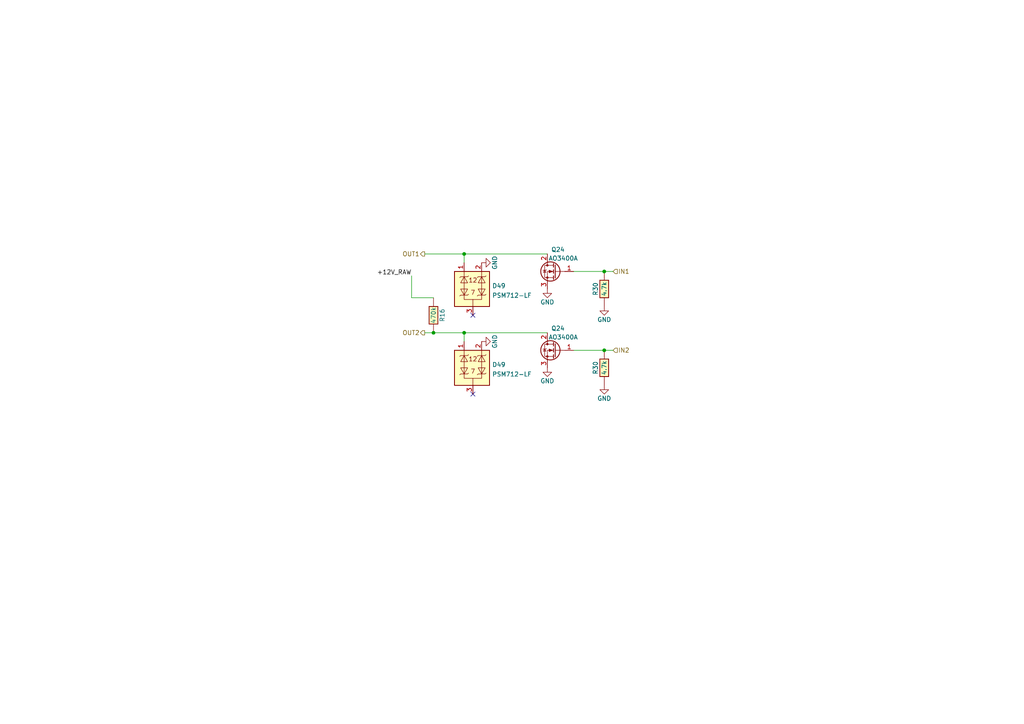
<source format=kicad_sch>
(kicad_sch (version 20231120) (generator "eeschema") (generator_version "8.0")
  (paper "A4")
  (title_block (title "UAEF Low Side low current") (date "2023-11-01") (company "rusefi.com"))
  (lib_symbols
    (symbol "hellen-one-common:MOSFET-N" (pin_names hide)
      (property "Reference" "Q" (at 5.08 6.35 0))
      (property "Value" "MOSFET-N" (at 2.54 3.81 0))
      (symbol "MOSFET-N_0_1"
        (polyline (pts (xy 0.254 0) (xy -2.54 0)))
        (polyline (pts (xy 0.254 1.905) (xy 0.254 -1.905)) (stroke (width 0.254)))
        (polyline (pts (xy 0.762 -1.27) (xy 0.762 -2.286)) (stroke (width 0.254)))
        (polyline (pts (xy 0.762 0.508) (xy 0.762 -0.508)) (stroke (width 0.254)))
        (polyline (pts (xy 0.762 2.286) (xy 0.762 1.27)) (stroke (width 0.254)))
        (polyline (pts (xy 2.54 2.54) (xy 2.54 1.778)))
        (polyline (pts (xy 2.54 -2.54) (xy 2.54 0) (xy 0.762 0)))
        (polyline (pts (xy 0.762 -1.778) (xy 3.302 -1.778) (xy 3.302 1.778) (xy 0.762 1.778)))
        (polyline (pts (xy 1.016 0) (xy 2.032 0.381) (xy 2.032 -0.381) (xy 1.016 0)) (fill (type outline)))
        (polyline (pts (xy 2.794 0.508) (xy 2.921 0.381) (xy 3.683 0.381) (xy 3.81 0.254)))
        (polyline (pts (xy 3.302 0.381) (xy 2.921 -0.254) (xy 3.683 -0.254) (xy 3.302 0.381)))
        (circle (center 1.651 0) (radius 2.794) (stroke (width 0.254)))
        (circle (center 2.54 -1.778) (radius 0.254) (fill (type outline)))
        (circle (center 2.54 1.778) (radius 0.254) (fill (type outline)))
      )
      (symbol "MOSFET-N_1_1"
        (pin input line (at -5.08 0 0) (length 2.54) (name "G") (number "1"))
        (pin passive line (at 2.54 5.08 270) (length 2.54) (name "D") (number "2"))
        (pin passive line (at 2.54 -5.08 90) (length 2.54) (name "S") (number "3"))
      )
    )
    (symbol "hellen-one-common:PSM712"
      (property "Reference" "D?" (at 3.302 0.9085 0))
      (property "Value" "PSM712" (at 3.302 -1.8666 0))
      (symbol "PSM712_0_0"
        (text "12" (at -2.286 2.54 0) (effects (font (size 1.27 1.27))))
        (text "7" (at -2.286 -1.016 0) (effects (font (size 1.27 1.27))))
      )
      (symbol "PSM712_0_1"
        (rectangle (start -7.62 5.08) (end 2.54 -5.08) (stroke (width 0.254)) (fill (type background)))
        (polyline (pts (xy -4.826 5.08) (xy -4.826 -3.048) (xy -2.286 -3.048)) (stroke (width 0.1524)))
        (polyline (pts (xy -6.096 3.302) (xy -5.842 3.556) (xy -3.81 3.556) (xy -3.556 3.81)) (stroke (width 0.1524)))
        (polyline (pts (xy -4.826 -1.778) (xy -3.81 0) (xy -5.842 0) (xy -4.826 -1.778)) (stroke (width 0.1524)))
        (polyline (pts (xy -4.826 3.556) (xy -5.842 1.778) (xy -3.81 1.778) (xy -4.826 3.556)) (stroke (width 0.1524)))
        (polyline (pts (xy -3.556 -1.524) (xy -3.81 -1.778) (xy -5.842 -1.778) (xy -6.096 -2.032)) (stroke (width 0.1524)))
        (polyline (pts (xy -1.016 3.302) (xy -0.762 3.556) (xy 1.27 3.556) (xy 1.524 3.81)) (stroke (width 0.1524)))
        (polyline (pts (xy 0.254 -1.778) (xy 1.27 0) (xy -0.762 0) (xy 0.254 -1.778)) (stroke (width 0.1524)))
        (polyline (pts (xy 0.254 3.556) (xy -0.762 1.778) (xy 1.27 1.778) (xy 0.254 3.556)) (stroke (width 0.1524)))
        (polyline (pts (xy 0.254 5.08) (xy 0.254 -3.048) (xy -2.286 -3.048) (xy -2.286 -5.08)) (stroke (width 0.1524)))
        (polyline (pts (xy 1.524 -1.524) (xy 1.27 -1.778) (xy -0.762 -1.778) (xy -1.016 -2.032)) (stroke (width 0.1524)))
      )
      (symbol "PSM712_1_1"
        (pin passive line (at -4.826 7.62 270) (length 2.54) (name "") (number "1"))
        (pin passive line (at 0.254 7.62 270) (length 2.54) (name "") (number "2"))
        (pin passive line (at -2.286 -7.62 90) (length 2.54) (name "") (number "3"))
      )
    )
    (symbol "hellen-one-common:Res" (pin_numbers hide)
      (property "Reference" "R" (at 3.81 2.54 0))
      (property "Value" "Res" (at 5.08 -2.54 0))
      (symbol "Res_1_0"
        (rectangle (start 2.54 -1.27) (end 7.62 1.27) (stroke (width 0.254)) (fill (type background)))
        (pin passive line (at 0 0 0) (length 2.54) (name "") (number "1"))
        (pin passive line (at 10.16 0 180) (length 2.54) (name "") (number "2"))
      )
    )
    (symbol "power:GND" (power) (pin_names (offset 0))
      (property "Value" "GND" (at 0 -3.81 0))
      (symbol "GND_0_1"
        (polyline (pts (xy 0 0) (xy 0 -1.27) (xy 1.27 -1.27) (xy 0 -2.54) (xy -1.27 -1.27) (xy 0 -1.27)))
      )
      (symbol "GND_1_1"
        (pin power_in line (at 0 0 270) (length 0) hide (name "GND") (number "1"))
      )
    )
  )
  (junction (at 134.62 96.52))
  (junction (at 125.73 96.52))
  (junction (at 175.26 101.6))
  (junction (at 134.62 73.66))
  (junction (at 175.26 78.74))
  (no_connect (at 137.16 91.44))
  (no_connect (at 137.16 114.3))
  (wire (pts (xy 134.62 96.52) (xy 134.62 99.06)))
  (wire (pts (xy 175.26 101.6) (xy 177.8 101.6)))
  (wire (pts (xy 134.62 73.66) (xy 158.75 73.66)))
  (wire (pts (xy 119.38 86.36) (xy 125.73 86.36)))
  (wire (pts (xy 123.19 73.66) (xy 134.62 73.66)))
  (wire (pts (xy 166.37 101.6) (xy 175.26 101.6)))
  (wire (pts (xy 134.62 73.66) (xy 134.62 76.2)))
  (wire (pts (xy 166.37 78.74) (xy 175.26 78.74)))
  (wire (pts (xy 123.19 96.52) (xy 125.73 96.52)))
  (wire (pts (xy 125.73 96.52) (xy 134.62 96.52)))
  (wire (pts (xy 175.26 78.74) (xy 177.8 78.74)))
  (wire (pts (xy 119.38 80.01) (xy 119.38 86.36)))
  (wire (pts (xy 134.62 96.52) (xy 158.75 96.52)))
  (label "+12V_RAW" (at 119.38 80.01 180))
  (hierarchical_label "OUT2" (shape output) (at 123.19 96.52 180))
  (hierarchical_label "IN2" (shape input) (at 177.8 101.6 0))
  (hierarchical_label "IN1" (shape input) (at 177.8 78.74 0))
  (hierarchical_label "OUT1" (shape output) (at 123.19 73.66 180))
  (symbol (lib_id "hellen-one-common:PSM712") (at 139.446 106.68 0) (unit 1)
    (property "Reference" "D49" (at 142.748 105.7715 0) (effects (justify left)))
    (property "Value" "PSM712-LF" (at 142.748 108.5466 0) (effects (justify left)))
    (property "Footprint" "hellen-one-common:SOT-23" (effects (hide yes)))
    (property "Datasheet" "https://datasheet.lcsc.com/lcsc/1811061632_ProTek-Devices-PSM712-LF-T7_C32677.pdf" (effects (hide yes)))
    (property "LCSC" "C32677" (effects (hide yes)))
    (instances (project "alphax_8ch" (path "" (reference "D49") (unit 1)) (path "" (reference "D82") (unit 1))) (project "uaeficopiedtovfr" (path "" (reference "D7") (unit 1))) (project "uaefi" (path "" (reference "D7") (unit 1))))
  )
  (symbol (lib_id "power:GND") (at 139.7 76.2 90) (mirror x) (unit 1)
    (property "Reference" "#PWR0140" (effects (hide yes)))
    (property "Value" "GND" (at 143.51 76.2 0))
    (instances (project "alphax_8ch" (path "" (reference "#PWR0140") (unit 1)) (path "" (reference "#PWR0152") (unit 1))) (project "uaeficopiedtovfr" (path "" (reference "#PWR075") (unit 1))) (project "uaefi" (path "" (reference "#PWR090") (unit 1))))
  )
  (symbol (lib_id "hellen-one-common:Res") (at 125.73 96.52 270) (mirror x) (unit 1)
    (property "Reference" "R16" (at 128.27 91.44 0))
    (property "Value" "470k" (at 125.73 91.44 0))
    (property "Footprint" "hellen-one-common:R0603" (effects (hide yes)))
    (property "LCSC" "C23162" (effects (hide yes)))
  )
  (symbol (lib_id "power:GND") (at 139.7 99.06 90) (mirror x) (unit 1)
    (property "Reference" "#PWR0140" (effects (hide yes)))
    (property "Value" "GND" (at 143.51 99.06 0))
    (instances (project "alphax_8ch" (path "" (reference "#PWR0140") (unit 1)) (path "" (reference "#PWR0152") (unit 1))) (project "uaeficopiedtovfr" (path "" (reference "#PWR076") (unit 1))) (project "uaefi" (path "" (reference "#PWR091") (unit 1))))
  )
  (symbol (lib_id "power:GND") (at 175.26 88.9 0) (unit 1)
    (property "Reference" "#PWR035" (effects (hide yes)))
    (property "Value" "GND" (at 175.26 92.71 0))
    (instances (project "alphax_8ch" (path "" (reference "#PWR035") (unit 1)) (path "" (reference "#PWR0165") (unit 1))) (project "uaeficopiedtovfr" (path "" (reference "#PWR079") (unit 1))) (project "uaefi" (path "" (reference "#PWR094") (unit 1))))
  )
  (symbol (lib_id "power:GND") (at 158.75 83.82 0) (mirror y) (unit 1)
    (property "Reference" "#PWR0123" (effects (hide yes)))
    (property "Value" "GND" (at 158.75 87.63 0))
    (instances (project "alphax_8ch" (path "" (reference "#PWR0123") (unit 1)) (path "" (reference "#PWR0156") (unit 1))) (project "uaeficopiedtovfr" (path "" (reference "#PWR077") (unit 1))) (project "uaefi" (path "" (reference "#PWR092") (unit 1))))
  )
  (symbol (lib_id "power:GND") (at 175.26 111.76 0) (unit 1)
    (property "Reference" "#PWR035" (effects (hide yes)))
    (property "Value" "GND" (at 175.26 115.57 0))
    (instances (project "alphax_8ch" (path "" (reference "#PWR035") (unit 1)) (path "" (reference "#PWR0165") (unit 1))) (project "uaeficopiedtovfr" (path "" (reference "#PWR080") (unit 1))) (project "uaefi" (path "" (reference "#PWR095") (unit 1))))
  )
  (symbol (lib_id "hellen-one-common:MOSFET-N") (at 161.29 78.74 0) (mirror y) (unit 1)
    (property "Reference" "Q24" (at 163.83 72.39 0) (effects (justify left)))
    (property "Value" "AO3400A" (at 167.64 74.93 0) (effects (justify left)))
    (property "Footprint" "hellen-one-common:SOT-23" (effects (hide yes)))
    (property "LCSC" " C20917" (effects (hide yes)))
    (instances (project "alphax_8ch" (path "" (reference "Q24") (unit 1)) (path "" (reference "Q26") (unit 1))) (project "uaeficopiedtovfr" (path "" (reference "Q11") (unit 1))) (project "uaefi" (path "" (reference "Q5") (unit 1))))
  )
  (symbol (lib_id "hellen-one-common:MOSFET-N") (at 161.29 101.6 0) (mirror y) (unit 1)
    (property "Reference" "Q24" (at 163.83 95.25 0) (effects (justify left)))
    (property "Value" "AO3400A" (at 167.64 97.79 0) (effects (justify left)))
    (property "Footprint" "hellen-one-common:SOT-23" (effects (hide yes)))
    (property "LCSC" " C20917" (effects (hide yes)))
    (instances (project "alphax_8ch" (path "" (reference "Q24") (unit 1)) (path "" (reference "Q26") (unit 1))) (project "uaeficopiedtovfr" (path "" (reference "Q12") (unit 1))) (project "uaefi" (path "" (reference "Q6") (unit 1))))
  )
  (symbol (lib_id "hellen-one-common:Res") (at 175.26 78.74 90) (mirror x) (unit 1)
    (property "Reference" "R30" (at 172.72 83.82 0))
    (property "Value" "4.7k" (at 175.26 83.82 0))
    (property "Footprint" "hellen-one-common:R0603" (effects (hide yes)))
    (property "LCSC" "C23162" (effects (hide yes)))
    (instances (project "alphax_8ch" (path "" (reference "R30") (unit 1)) (path "" (reference "R68") (unit 1))) (project "uaeficopiedtovfr" (path "" (reference "R25") (unit 1))) (project "uaefi" (path "" (reference "R15") (unit 1))))
  )
  (symbol (lib_id "hellen-one-common:Res") (at 175.26 101.6 90) (mirror x) (unit 1)
    (property "Reference" "R30" (at 172.72 106.68 0))
    (property "Value" "4.7k" (at 175.26 106.68 0))
    (property "Footprint" "hellen-one-common:R0603" (effects (hide yes)))
    (property "LCSC" "C23162" (effects (hide yes)))
    (instances (project "alphax_8ch" (path "" (reference "R30") (unit 1)) (path "" (reference "R68") (unit 1))) (project "uaeficopiedtovfr" (path "" (reference "R26") (unit 1))) (project "uaefi" (path "" (reference "R16") (unit 1))))
  )
  (symbol (lib_id "hellen-one-common:PSM712") (at 139.446 83.82 0) (unit 1)
    (property "Reference" "D49" (at 142.748 82.9115 0) (effects (justify left)))
    (property "Value" "PSM712-LF" (at 142.748 85.6866 0) (effects (justify left)))
    (property "Footprint" "hellen-one-common:SOT-23" (effects (hide yes)))
    (property "Datasheet" "https://datasheet.lcsc.com/lcsc/1811061632_ProTek-Devices-PSM712-LF-T7_C32677.pdf" (effects (hide yes)))
    (property "LCSC" "C32677" (effects (hide yes)))
    (instances (project "alphax_8ch" (path "" (reference "D49") (unit 1)) (path "" (reference "D82") (unit 1))) (project "uaeficopiedtovfr" (path "" (reference "D6") (unit 1))) (project "uaefi" (path "" (reference "D6") (unit 1))))
  )
  (symbol (lib_id "power:GND") (at 158.75 106.68 0) (mirror y) (unit 1)
    (property "Reference" "#PWR0123" (effects (hide yes)))
    (property "Value" "GND" (at 158.75 110.49 0))
    (instances (project "alphax_8ch" (path "" (reference "#PWR0123") (unit 1)) (path "" (reference "#PWR0156") (unit 1))) (project "uaeficopiedtovfr" (path "" (reference "#PWR078") (unit 1))) (project "uaefi" (path "" (reference "#PWR093") (unit 1))))
  )
)
</source>
